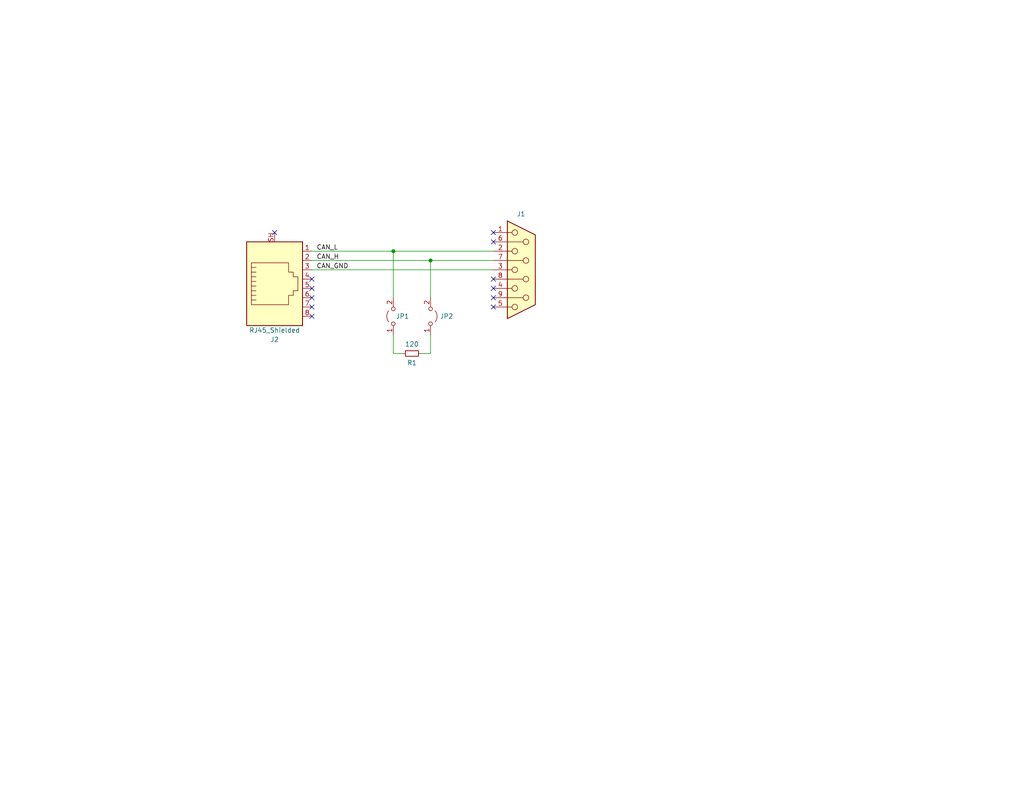
<source format=kicad_sch>
(kicad_sch (version 20230121) (generator eeschema)
  (paper "A")
  (title_block (date "10/3/2023") (rev "1.0"))
  (lib_symbols
    (symbol "Connector:DE9_Receptacle" (pin_names (offset 1.016) hide)
      (property "Reference" "J" (at 0 13.97 0))
      (property "Value" "DE9_Receptacle" (at 0 -14.605 0))
      (symbol "DE9_Receptacle_0_1"
        (circle (center -1.778 -10.16) (radius 0.762))
        (circle (center -1.778 -5.08) (radius 0.762))
        (circle (center -1.778 0) (radius 0.762))
        (circle (center -1.778 5.08) (radius 0.762))
        (circle (center -1.778 10.16) (radius 0.762))
        (polyline (pts (xy -3.81 -10.16) (xy -2.54 -10.16)))
        (polyline (pts (xy -3.81 -7.62) (xy 0.508 -7.62)))
        (polyline (pts (xy -3.81 -5.08) (xy -2.54 -5.08)))
        (polyline (pts (xy -3.81 -2.54) (xy 0.508 -2.54)))
        (polyline (pts (xy -3.81 0) (xy -2.54 0)))
        (polyline (pts (xy -3.81 2.54) (xy 0.508 2.54)))
        (polyline (pts (xy -3.81 5.08) (xy -2.54 5.08)))
        (polyline (pts (xy -3.81 7.62) (xy 0.508 7.62)))
        (polyline (pts (xy -3.81 10.16) (xy -2.54 10.16)))
        (polyline (pts (xy -3.81 13.335) (xy -3.81 -13.335) (xy 3.81 -9.525) (xy 3.81 9.525) (xy -3.81 13.335)) (stroke (width 0.254)) (fill (type background)))
        (circle (center 1.27 -7.62) (radius 0.762))
        (circle (center 1.27 -2.54) (radius 0.762))
        (circle (center 1.27 2.54) (radius 0.762))
        (circle (center 1.27 7.62) (radius 0.762))
      )
      (symbol "DE9_Receptacle_1_1"
        (pin passive line (at -7.62 10.16 0) (length 3.81) (name "1") (number "1"))
        (pin passive line (at -7.62 5.08 0) (length 3.81) (name "2") (number "2"))
        (pin passive line (at -7.62 0 0) (length 3.81) (name "3") (number "3"))
        (pin passive line (at -7.62 -5.08 0) (length 3.81) (name "4") (number "4"))
        (pin passive line (at -7.62 -10.16 0) (length 3.81) (name "5") (number "5"))
        (pin passive line (at -7.62 7.62 0) (length 3.81) (name "6") (number "6"))
        (pin passive line (at -7.62 2.54 0) (length 3.81) (name "7") (number "7"))
        (pin passive line (at -7.62 -2.54 0) (length 3.81) (name "8") (number "8"))
        (pin passive line (at -7.62 -7.62 0) (length 3.81) (name "9") (number "9"))
      )
    )
    (symbol "Connector:RJ45_Shielded" (pin_names (offset 1.016))
      (property "Reference" "J" (at -5.08 13.97 0))
      (property "Value" "RJ45_Shielded" (at 2.54 13.97 0))
      (symbol "RJ45_Shielded_0_1"
        (polyline (pts (xy -5.08 4.445) (xy -6.35 4.445)))
        (polyline (pts (xy -5.08 5.715) (xy -6.35 5.715)))
        (polyline (pts (xy -6.35 -3.175) (xy -5.08 -3.175) (xy -5.08 -3.175)))
        (polyline (pts (xy -6.35 -1.905) (xy -5.08 -1.905) (xy -5.08 -1.905)))
        (polyline (pts (xy -6.35 -0.635) (xy -5.08 -0.635) (xy -5.08 -0.635)))
        (polyline (pts (xy -6.35 0.635) (xy -5.08 0.635) (xy -5.08 0.635)))
        (polyline (pts (xy -6.35 1.905) (xy -5.08 1.905) (xy -5.08 1.905)))
        (polyline (pts (xy -5.08 3.175) (xy -6.35 3.175) (xy -6.35 3.175)))
        (polyline (pts (xy -6.35 -4.445) (xy -6.35 6.985) (xy 3.81 6.985) (xy 3.81 4.445) (xy 5.08 4.445) (xy 5.08 3.175) (xy 6.35 3.175) (xy 6.35 -0.635) (xy 5.08 -0.635) (xy 5.08 -1.905) (xy 3.81 -1.905) (xy 3.81 -4.445) (xy -6.35 -4.445) (xy -6.35 -4.445)))
        (rectangle (start 7.62 12.7) (end -7.62 -10.16) (stroke (width 0.254)) (fill (type background)))
      )
      (symbol "RJ45_Shielded_1_1"
        (pin passive line (at 10.16 -7.62 180) (length 2.54) (name "~") (number "1"))
        (pin passive line (at 10.16 -5.08 180) (length 2.54) (name "~") (number "2"))
        (pin passive line (at 10.16 -2.54 180) (length 2.54) (name "~") (number "3"))
        (pin passive line (at 10.16 0 180) (length 2.54) (name "~") (number "4"))
        (pin passive line (at 10.16 2.54 180) (length 2.54) (name "~") (number "5"))
        (pin passive line (at 10.16 5.08 180) (length 2.54) (name "~") (number "6"))
        (pin passive line (at 10.16 7.62 180) (length 2.54) (name "~") (number "7"))
        (pin passive line (at 10.16 10.16 180) (length 2.54) (name "~") (number "8"))
        (pin passive line (at 0 -12.7 90) (length 2.54) (name "~") (number "SH"))
      )
    )
    (symbol "Device:R_Small" (pin_numbers hide) (pin_names (offset 0.254) hide)
      (property "Reference" "R" (at 0.762 0.508 0))
      (property "Value" "R_Small" (at 0.762 -1.016 0))
      (symbol "R_Small_0_1"
        (rectangle (start -0.762 1.778) (end 0.762 -1.778) (stroke (width 0.2032)))
      )
      (symbol "R_Small_1_1"
        (pin passive line (at 0 2.54 270) (length 0.762) (name "~") (number "1"))
        (pin passive line (at 0 -2.54 90) (length 0.762) (name "~") (number "2"))
      )
    )
    (symbol "Jumper:Jumper_2_Open" (pin_names (offset 0) hide)
      (property "Reference" "JP" (at 0 2.794 0))
      (property "Value" "Jumper_2_Open" (at 0 -2.286 0))
      (symbol "Jumper_2_Open_0_0"
        (circle (center -2.032 0) (radius 0.508))
        (circle (center 2.032 0) (radius 0.508))
      )
      (symbol "Jumper_2_Open_0_1"
        (arc (start 1.524 1.27) (mid 0 1.778) (end -1.524 1.27))
      )
      (symbol "Jumper_2_Open_1_1"
        (pin passive line (at -5.08 0 0) (length 2.54) (name "A") (number "1"))
        (pin passive line (at 5.08 0 180) (length 2.54) (name "B") (number "2"))
      )
    )
  )
  (junction (at 117.475 71.12))
  (junction (at 107.315 68.58))
  (no_connect (at 134.62 83.82))
  (no_connect (at 74.93 63.5))
  (no_connect (at 85.09 81.28))
  (no_connect (at 85.09 78.74))
  (no_connect (at 134.62 66.04))
  (no_connect (at 134.62 63.5))
  (no_connect (at 85.09 86.36))
  (no_connect (at 134.62 78.74))
  (no_connect (at 134.62 81.28))
  (no_connect (at 134.62 76.2))
  (no_connect (at 85.09 76.2))
  (no_connect (at 85.09 83.82))
  (wire (pts (xy 114.935 96.52) (xy 117.475 96.52)))
  (wire (pts (xy 85.09 73.66) (xy 134.62 73.66)))
  (wire (pts (xy 109.855 96.52) (xy 107.315 96.52)))
  (wire (pts (xy 117.475 91.44) (xy 117.475 96.52)))
  (wire (pts (xy 107.315 81.28) (xy 107.315 68.58)))
  (wire (pts (xy 107.315 96.52) (xy 107.315 91.44)))
  (wire (pts (xy 117.475 71.12) (xy 134.62 71.12)))
  (wire (pts (xy 117.475 81.28) (xy 117.475 71.12)))
  (wire (pts (xy 107.315 68.58) (xy 134.62 68.58)))
  (wire (pts (xy 85.09 68.58) (xy 107.315 68.58)))
  (wire (pts (xy 85.09 71.12) (xy 117.475 71.12)))
  (label "CAN_GND" (at 86.36 73.66 0))
  (label "CAN_H" (at 86.36 71.12 0))
  (label "CAN_L" (at 86.36 68.58 0))
  (symbol (lib_id "Jumper:Jumper_2_Open") (at 107.315 86.36 90) (unit 1)
    (property "Reference" "JP1" (at 109.855 86.36 90))
    (property "Value" "Jumper_2_Open" (effects hide))
    (property "Footprint" "Connector_PinHeader_2.54mm:PinHeader_1x02_P2.54mm_Vertical" (effects hide))
  )
  (symbol (lib_id "Connector:RJ45_Shielded") (at 74.93 76.2 0) (mirror x) (unit 1)
    (property "Reference" "J2" (at 74.93 92.71 0))
    (property "Value" "RJ45_Shielded" (at 74.93 90.17 0))
    (property "Footprint" ".tlsFootprints:RJ45_Ninigi_GE" (effects hide))
  )
  (symbol (lib_id "Connector:DE9_Receptacle") (at 142.24 73.66 0) (unit 1)
    (property "Reference" "J1" (at 140.97 58.42 0) (effects (justify left)))
    (property "Value" "DE9_Receptacle" (effects hide))
    (property "Footprint" "Connector_Dsub:DSUB-9_Female_EdgeMount_P2.77mm" (effects hide))
    (property "Datasheet" " ~" (effects hide))
  )
  (symbol (lib_id "Device:R_Small") (at 112.395 96.52 270) (mirror x) (unit 1)
    (property "Reference" "R1" (at 112.395 99.06 90))
    (property "Value" "120" (at 112.395 93.98 90))
    (property "Footprint" "Resistor_SMD:R_0603_1608Metric_Pad0.98x0.95mm_HandSolder" (effects hide))
  )
  (symbol (lib_id "Jumper:Jumper_2_Open") (at 117.475 86.36 270) (mirror x) (unit 1)
    (property "Reference" "JP2" (at 120.015 86.36 90) (effects (justify left)))
    (property "Value" "Jumper_2_Open" (effects hide))
    (property "Footprint" "Connector_PinHeader_2.54mm:PinHeader_1x02_P2.54mm_Vertical" (effects hide))
  )
)
</source>
